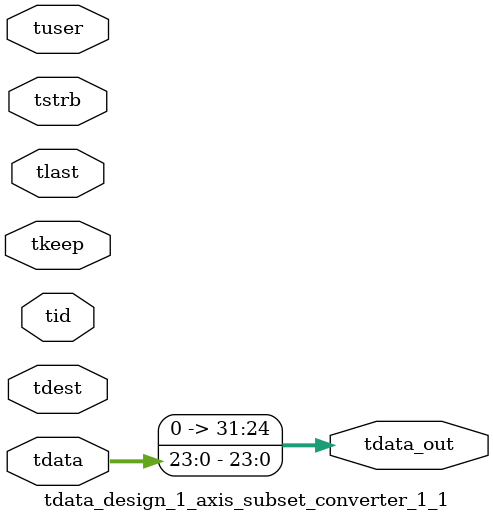
<source format=v>


`timescale 1ps/1ps

module tdata_design_1_axis_subset_converter_1_1 #
(
parameter C_S_AXIS_TDATA_WIDTH = 32,
parameter C_S_AXIS_TUSER_WIDTH = 0,
parameter C_S_AXIS_TID_WIDTH   = 0,
parameter C_S_AXIS_TDEST_WIDTH = 0,
parameter C_M_AXIS_TDATA_WIDTH = 32
)
(
input  [(C_S_AXIS_TDATA_WIDTH == 0 ? 1 : C_S_AXIS_TDATA_WIDTH)-1:0     ] tdata,
input  [(C_S_AXIS_TUSER_WIDTH == 0 ? 1 : C_S_AXIS_TUSER_WIDTH)-1:0     ] tuser,
input  [(C_S_AXIS_TID_WIDTH   == 0 ? 1 : C_S_AXIS_TID_WIDTH)-1:0       ] tid,
input  [(C_S_AXIS_TDEST_WIDTH == 0 ? 1 : C_S_AXIS_TDEST_WIDTH)-1:0     ] tdest,
input  [(C_S_AXIS_TDATA_WIDTH/8)-1:0 ] tkeep,
input  [(C_S_AXIS_TDATA_WIDTH/8)-1:0 ] tstrb,
input                                                                    tlast,
output [C_M_AXIS_TDATA_WIDTH-1:0] tdata_out
);

assign tdata_out = {8'b00000000,tdata[23:0]};

endmodule


</source>
